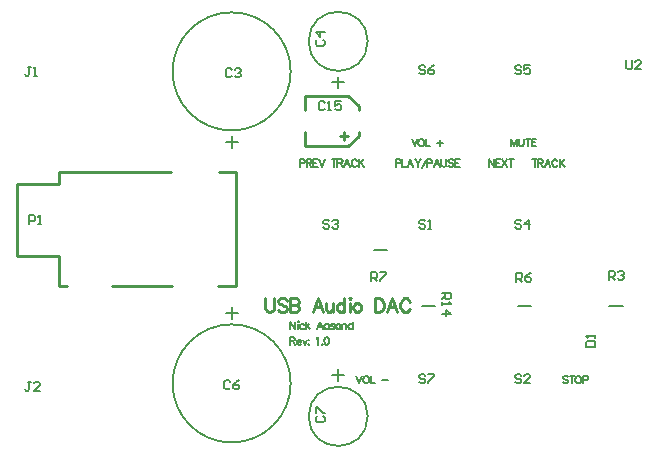
<source format=gto>
%FSLAX42Y42*%
%MOMM*%
G71*
G01*
G75*
G04 Layer_Color=65535*
%ADD10R,1.30X1.55*%
%ADD11R,1.40X1.20*%
%ADD12R,1.30X1.00*%
%ADD13R,2.20X0.95*%
%ADD14R,1.10X1.25*%
%ADD15C,0.30*%
%ADD16C,0.25*%
%ADD17C,1.75*%
%ADD18C,2.00*%
%ADD19R,2.00X2.00*%
%ADD20C,4.20*%
%ADD21C,3.10*%
%ADD22C,1.37*%
%ADD23C,0.86*%
%ADD24R,1.35X1.35*%
%ADD25C,1.35*%
%ADD26C,2.79*%
%ADD27R,1.50X1.50*%
%ADD28C,1.50*%
%ADD29C,0.76*%
%ADD30C,1.27*%
%ADD31C,0.64*%
%ADD32R,1.10X1.40*%
%ADD33R,1.20X1.40*%
%ADD34R,0.80X0.90*%
%ADD35R,1.00X1.30*%
%ADD36R,2.39X0.51*%
%ADD37R,2.49X2.01*%
%ADD38R,1.40X1.10*%
%ADD39O,1.60X0.55*%
%ADD40O,0.55X1.60*%
%ADD41C,1.27*%
%ADD42C,0.38*%
%ADD43C,0.51*%
%ADD44C,0.20*%
%ADD45C,0.13*%
%ADD46C,0.15*%
%ADD47C,0.15*%
D16*
X7200Y9681D02*
X7270D01*
X7235Y9647D02*
Y9714D01*
X7365Y9895D02*
Y9929D01*
Y9679D02*
Y9714D01*
X6910Y9589D02*
Y9714D01*
Y9895D02*
Y10019D01*
X7275D02*
X7365Y9929D01*
X6910Y10019D02*
X7275D01*
Y9589D02*
X7365Y9679D01*
X6910Y9589D02*
X7275D01*
X4470Y8661D02*
Y9271D01*
X6325Y8407D02*
Y9373D01*
X4470Y8661D02*
X4826D01*
X4470Y9271D02*
X4826D01*
Y8407D02*
Y8661D01*
Y9271D02*
Y9373D01*
X5773D01*
X6175D02*
X6325D01*
X5273Y8407D02*
X5778D01*
X6172D02*
X6325D01*
X4826D02*
X4890D01*
X6571Y8301D02*
Y8219D01*
X6576Y8203D01*
X6587Y8192D01*
X6604Y8186D01*
X6615D01*
X6631Y8192D01*
X6642Y8203D01*
X6647Y8219D01*
Y8301D01*
X6755Y8284D02*
X6744Y8295D01*
X6728Y8301D01*
X6706D01*
X6690Y8295D01*
X6679Y8284D01*
Y8273D01*
X6684Y8263D01*
X6690Y8257D01*
X6700Y8252D01*
X6733Y8241D01*
X6744Y8235D01*
X6749Y8230D01*
X6755Y8219D01*
Y8203D01*
X6744Y8192D01*
X6728Y8186D01*
X6706D01*
X6690Y8192D01*
X6679Y8203D01*
X6780Y8301D02*
Y8186D01*
Y8301D02*
X6829D01*
X6846Y8295D01*
X6851Y8290D01*
X6857Y8279D01*
Y8268D01*
X6851Y8257D01*
X6846Y8252D01*
X6829Y8246D01*
X6780D02*
X6829D01*
X6846Y8241D01*
X6851Y8235D01*
X6857Y8225D01*
Y8208D01*
X6851Y8197D01*
X6846Y8192D01*
X6829Y8186D01*
X6780D01*
X7059D02*
X7016Y8301D01*
X6972Y8186D01*
X6988Y8225D02*
X7043D01*
X7086Y8263D02*
Y8208D01*
X7091Y8192D01*
X7102Y8186D01*
X7118D01*
X7129Y8192D01*
X7146Y8208D01*
Y8263D02*
Y8186D01*
X7241Y8301D02*
Y8186D01*
Y8246D02*
X7230Y8257D01*
X7219Y8263D01*
X7203D01*
X7192Y8257D01*
X7181Y8246D01*
X7176Y8230D01*
Y8219D01*
X7181Y8203D01*
X7192Y8192D01*
X7203Y8186D01*
X7219D01*
X7230Y8192D01*
X7241Y8203D01*
X7282Y8301D02*
X7288Y8295D01*
X7293Y8301D01*
X7288Y8306D01*
X7282Y8301D01*
X7288Y8263D02*
Y8186D01*
X7340Y8263D02*
X7330Y8257D01*
X7319Y8246D01*
X7313Y8230D01*
Y8219D01*
X7319Y8203D01*
X7330Y8192D01*
X7340Y8186D01*
X7357D01*
X7368Y8192D01*
X7379Y8203D01*
X7384Y8219D01*
Y8230D01*
X7379Y8246D01*
X7368Y8257D01*
X7357Y8263D01*
X7340D01*
X7499Y8301D02*
Y8186D01*
Y8301D02*
X7537D01*
X7553Y8295D01*
X7564Y8284D01*
X7570Y8273D01*
X7575Y8257D01*
Y8230D01*
X7570Y8214D01*
X7564Y8203D01*
X7553Y8192D01*
X7537Y8186D01*
X7499D01*
X7688D02*
X7644Y8301D01*
X7601Y8186D01*
X7617Y8225D02*
X7671D01*
X7796Y8273D02*
X7790Y8284D01*
X7780Y8295D01*
X7769Y8301D01*
X7747D01*
X7736Y8295D01*
X7725Y8284D01*
X7720Y8273D01*
X7714Y8257D01*
Y8230D01*
X7720Y8214D01*
X7725Y8203D01*
X7736Y8192D01*
X7747Y8186D01*
X7769D01*
X7780Y8192D01*
X7790Y8203D01*
X7796Y8214D01*
D44*
X7438Y7303D02*
G03*
X7438Y7303I-250J0D01*
G01*
X6786Y7582D02*
G03*
X6786Y7582I-500J0D01*
G01*
Y10224D02*
G03*
X6786Y10224I-500J0D01*
G01*
X7438Y10478D02*
G03*
X7438Y10478I-250J0D01*
G01*
X9483Y8235D02*
X9603D01*
X7489Y8712D02*
X7599D01*
X8708Y8235D02*
X8818D01*
X7895D02*
X8005D01*
D45*
X6863Y9446D02*
X6890D01*
X6899Y9449D01*
X6902Y9452D01*
X6905Y9458D01*
Y9467D01*
X6902Y9473D01*
X6899Y9476D01*
X6890Y9479D01*
X6863D01*
Y9416D01*
X6920Y9479D02*
Y9416D01*
Y9479D02*
X6947D01*
X6956Y9476D01*
X6959Y9473D01*
X6962Y9467D01*
Y9461D01*
X6959Y9455D01*
X6956Y9452D01*
X6947Y9449D01*
X6920D01*
X6941D02*
X6962Y9416D01*
X7015Y9479D02*
X6976D01*
Y9416D01*
X7015D01*
X6976Y9449D02*
X7000D01*
X7026Y9479D02*
X7050Y9416D01*
X7074Y9479D02*
X7050Y9416D01*
X7154Y9479D02*
Y9416D01*
X7132Y9479D02*
X7175D01*
X7182D02*
Y9416D01*
Y9479D02*
X7210D01*
X7219Y9476D01*
X7222Y9473D01*
X7225Y9467D01*
Y9461D01*
X7222Y9455D01*
X7219Y9452D01*
X7210Y9449D01*
X7182D01*
X7203D02*
X7225Y9416D01*
X7287D02*
X7263Y9479D01*
X7239Y9416D01*
X7248Y9437D02*
X7278D01*
X7347Y9464D02*
X7344Y9470D01*
X7338Y9476D01*
X7332Y9479D01*
X7320D01*
X7314Y9476D01*
X7308Y9470D01*
X7305Y9464D01*
X7302Y9455D01*
Y9440D01*
X7305Y9431D01*
X7308Y9425D01*
X7314Y9419D01*
X7320Y9416D01*
X7332D01*
X7338Y9419D01*
X7344Y9425D01*
X7347Y9431D01*
X7365Y9479D02*
Y9416D01*
X7408Y9479D02*
X7365Y9437D01*
X7380Y9452D02*
X7408Y9416D01*
X8465Y9479D02*
Y9416D01*
Y9479D02*
X8507Y9416D01*
Y9479D02*
Y9416D01*
X8564Y9479D02*
X8524D01*
Y9416D01*
X8564D01*
X8524Y9449D02*
X8549D01*
X8574Y9479D02*
X8617Y9416D01*
Y9479D02*
X8574Y9416D01*
X8652Y9479D02*
Y9416D01*
X8631Y9479D02*
X8673D01*
X8852D02*
Y9416D01*
X8830Y9479D02*
X8873D01*
X8880D02*
Y9416D01*
Y9479D02*
X8907D01*
X8917Y9476D01*
X8920Y9473D01*
X8923Y9467D01*
Y9461D01*
X8920Y9455D01*
X8917Y9452D01*
X8907Y9449D01*
X8880D01*
X8901D02*
X8923Y9416D01*
X8985D02*
X8961Y9479D01*
X8937Y9416D01*
X8946Y9437D02*
X8976D01*
X9045Y9464D02*
X9042Y9470D01*
X9036Y9476D01*
X9030Y9479D01*
X9018D01*
X9012Y9476D01*
X9006Y9470D01*
X9003Y9464D01*
X9000Y9455D01*
Y9440D01*
X9003Y9431D01*
X9006Y9425D01*
X9012Y9419D01*
X9018Y9416D01*
X9030D01*
X9036Y9419D01*
X9042Y9425D01*
X9045Y9431D01*
X9063Y9479D02*
Y9416D01*
X9105Y9479D02*
X9063Y9437D01*
X9078Y9452D02*
X9105Y9416D01*
X9133Y7636D02*
X9127Y7642D01*
X9118Y7645D01*
X9106D01*
X9097Y7642D01*
X9091Y7636D01*
Y7630D01*
X9094Y7624D01*
X9097Y7621D01*
X9103Y7618D01*
X9121Y7612D01*
X9127Y7609D01*
X9130Y7606D01*
X9133Y7600D01*
Y7591D01*
X9127Y7585D01*
X9118Y7582D01*
X9106D01*
X9097Y7585D01*
X9091Y7591D01*
X9168Y7645D02*
Y7582D01*
X9147Y7645D02*
X9190D01*
X9215D02*
X9209Y7642D01*
X9203Y7636D01*
X9200Y7630D01*
X9197Y7621D01*
Y7606D01*
X9200Y7597D01*
X9203Y7591D01*
X9209Y7585D01*
X9215Y7582D01*
X9227D01*
X9233Y7585D01*
X9239Y7591D01*
X9242Y7597D01*
X9245Y7606D01*
Y7621D01*
X9242Y7630D01*
X9239Y7636D01*
X9233Y7642D01*
X9227Y7645D01*
X9215D01*
X9260Y7612D02*
X9287D01*
X9297Y7615D01*
X9300Y7618D01*
X9303Y7624D01*
Y7633D01*
X9300Y7639D01*
X9297Y7642D01*
X9287Y7645D01*
X9260D01*
Y7582D01*
X7343Y7645D02*
X7367Y7582D01*
X7392Y7645D02*
X7367Y7582D01*
X7418Y7645D02*
X7412Y7642D01*
X7406Y7636D01*
X7403Y7630D01*
X7400Y7621D01*
Y7606D01*
X7403Y7597D01*
X7406Y7591D01*
X7412Y7585D01*
X7418Y7582D01*
X7430D01*
X7436Y7585D01*
X7442Y7591D01*
X7445Y7597D01*
X7448Y7606D01*
Y7621D01*
X7445Y7630D01*
X7442Y7636D01*
X7436Y7642D01*
X7430Y7645D01*
X7418D01*
X7463D02*
Y7582D01*
X7499D01*
X7556Y7609D02*
X7610D01*
X8651Y9652D02*
Y9589D01*
Y9652D02*
X8675Y9589D01*
X8700Y9652D02*
X8675Y9589D01*
X8700Y9652D02*
Y9589D01*
X8718Y9652D02*
Y9607D01*
X8721Y9598D01*
X8727Y9592D01*
X8736Y9589D01*
X8742D01*
X8751Y9592D01*
X8757Y9598D01*
X8760Y9607D01*
Y9652D01*
X8799D02*
Y9589D01*
X8778Y9652D02*
X8820D01*
X8867D02*
X8827D01*
Y9589D01*
X8867D01*
X8827Y9622D02*
X8852D01*
X7811Y9652D02*
X7835Y9589D01*
X7859Y9652D02*
X7835Y9589D01*
X7885Y9652D02*
X7879Y9649D01*
X7873Y9643D01*
X7870Y9637D01*
X7867Y9628D01*
Y9613D01*
X7870Y9604D01*
X7873Y9598D01*
X7879Y9592D01*
X7885Y9589D01*
X7897D01*
X7903Y9592D01*
X7909Y9598D01*
X7912Y9604D01*
X7915Y9613D01*
Y9628D01*
X7912Y9637D01*
X7909Y9643D01*
X7903Y9649D01*
X7897Y9652D01*
X7885D01*
X7930D02*
Y9589D01*
X7966D01*
X8051Y9643D02*
Y9589D01*
X8023Y9616D02*
X8078D01*
X7676Y9446D02*
X7703D01*
X7712Y9449D01*
X7715Y9452D01*
X7718Y9458D01*
Y9467D01*
X7715Y9473D01*
X7712Y9476D01*
X7703Y9479D01*
X7676D01*
Y9416D01*
X7732Y9479D02*
Y9416D01*
X7769D01*
X7824D02*
X7800Y9479D01*
X7776Y9416D01*
X7785Y9437D02*
X7815D01*
X7839Y9479D02*
X7863Y9449D01*
Y9416D01*
X7887Y9479D02*
X7863Y9449D01*
X7895Y9407D02*
X7938Y9479D01*
X7942Y9446D02*
X7969D01*
X7978Y9449D01*
X7981Y9452D01*
X7984Y9458D01*
Y9467D01*
X7981Y9473D01*
X7978Y9476D01*
X7969Y9479D01*
X7942D01*
Y9416D01*
X8047D02*
X8023Y9479D01*
X7998Y9416D01*
X8008Y9437D02*
X8038D01*
X8062Y9479D02*
Y9434D01*
X8065Y9425D01*
X8071Y9419D01*
X8080Y9416D01*
X8086D01*
X8095Y9419D01*
X8101Y9425D01*
X8104Y9434D01*
Y9479D01*
X8164Y9470D02*
X8158Y9476D01*
X8149Y9479D01*
X8137D01*
X8128Y9476D01*
X8121Y9470D01*
Y9464D01*
X8125Y9458D01*
X8128Y9455D01*
X8134Y9452D01*
X8152Y9446D01*
X8158Y9443D01*
X8161Y9440D01*
X8164Y9434D01*
Y9425D01*
X8158Y9419D01*
X8149Y9416D01*
X8137D01*
X8128Y9419D01*
X8121Y9425D01*
X8217Y9479D02*
X8178D01*
Y9416D01*
X8217D01*
X8178Y9449D02*
X8202D01*
X8738Y8953D02*
X8725Y8966D01*
X8699D01*
X8687Y8953D01*
Y8941D01*
X8699Y8928D01*
X8725D01*
X8738Y8915D01*
Y8903D01*
X8725Y8890D01*
X8699D01*
X8687Y8903D01*
X8801Y8890D02*
Y8966D01*
X8763Y8928D01*
X8814D01*
X7112Y8953D02*
X7099Y8966D01*
X7074D01*
X7061Y8953D01*
Y8941D01*
X7074Y8928D01*
X7099D01*
X7112Y8915D01*
Y8903D01*
X7099Y8890D01*
X7074D01*
X7061Y8903D01*
X7137Y8953D02*
X7150Y8966D01*
X7175D01*
X7188Y8953D01*
Y8941D01*
X7175Y8928D01*
X7163D01*
X7175D01*
X7188Y8915D01*
Y8903D01*
X7175Y8890D01*
X7150D01*
X7137Y8903D01*
X9627Y10317D02*
Y10254D01*
X9639Y10241D01*
X9665D01*
X9677Y10254D01*
Y10317D01*
X9754Y10241D02*
X9703D01*
X9754Y10292D01*
Y10305D01*
X9741Y10317D01*
X9715D01*
X9703Y10305D01*
X7925Y7645D02*
X7912Y7658D01*
X7887D01*
X7874Y7645D01*
Y7633D01*
X7887Y7620D01*
X7912D01*
X7925Y7607D01*
Y7595D01*
X7912Y7582D01*
X7887D01*
X7874Y7595D01*
X7950Y7658D02*
X8001D01*
Y7645D01*
X7950Y7595D01*
Y7582D01*
X7925Y10262D02*
X7912Y10274D01*
X7887D01*
X7874Y10262D01*
Y10249D01*
X7887Y10236D01*
X7912D01*
X7925Y10223D01*
Y10211D01*
X7912Y10198D01*
X7887D01*
X7874Y10211D01*
X8001Y10274D02*
X7976Y10262D01*
X7950Y10236D01*
Y10211D01*
X7963Y10198D01*
X7988D01*
X8001Y10211D01*
Y10223D01*
X7988Y10236D01*
X7950D01*
X8738Y10262D02*
X8725Y10274D01*
X8699D01*
X8687Y10262D01*
Y10249D01*
X8699Y10236D01*
X8725D01*
X8738Y10223D01*
Y10211D01*
X8725Y10198D01*
X8699D01*
X8687Y10211D01*
X8814Y10274D02*
X8763D01*
Y10236D01*
X8788Y10249D01*
X8801D01*
X8814Y10236D01*
Y10211D01*
X8801Y10198D01*
X8776D01*
X8763Y10211D01*
X8738Y7645D02*
X8725Y7658D01*
X8699D01*
X8687Y7645D01*
Y7633D01*
X8699Y7620D01*
X8725D01*
X8738Y7607D01*
Y7595D01*
X8725Y7582D01*
X8699D01*
X8687Y7595D01*
X8814Y7582D02*
X8763D01*
X8814Y7633D01*
Y7645D01*
X8801Y7658D01*
X8776D01*
X8763Y7645D01*
X7925Y8953D02*
X7912Y8966D01*
X7887D01*
X7874Y8953D01*
Y8941D01*
X7887Y8928D01*
X7912D01*
X7925Y8915D01*
Y8903D01*
X7912Y8890D01*
X7887D01*
X7874Y8903D01*
X7950Y8890D02*
X7976D01*
X7963D01*
Y8966D01*
X7950Y8953D01*
X8064Y8344D02*
X8141D01*
Y8306D01*
X8128Y8293D01*
X8103D01*
X8090Y8306D01*
Y8344D01*
Y8319D02*
X8064Y8293D01*
Y8268D02*
Y8242D01*
Y8255D01*
X8141D01*
X8128Y8268D01*
X8064Y8166D02*
X8141D01*
X8103Y8204D01*
Y8153D01*
X7468Y8446D02*
Y8522D01*
X7506D01*
X7518Y8509D01*
Y8484D01*
X7506Y8471D01*
X7468D01*
X7493D02*
X7518Y8446D01*
X7544Y8522D02*
X7595D01*
Y8509D01*
X7544Y8458D01*
Y8446D01*
X8697Y8443D02*
Y8519D01*
X8735D01*
X8748Y8506D01*
Y8481D01*
X8735Y8468D01*
X8697D01*
X8722D02*
X8748Y8443D01*
X8824Y8519D02*
X8799Y8506D01*
X8773Y8481D01*
Y8456D01*
X8786Y8443D01*
X8811D01*
X8824Y8456D01*
Y8468D01*
X8811Y8481D01*
X8773D01*
X9479Y8461D02*
Y8537D01*
X9517D01*
X9529Y8525D01*
Y8499D01*
X9517Y8487D01*
X9479D01*
X9504D02*
X9529Y8461D01*
X9555Y8525D02*
X9567Y8537D01*
X9593D01*
X9606Y8525D01*
Y8512D01*
X9593Y8499D01*
X9580D01*
X9593D01*
X9606Y8487D01*
Y8474D01*
X9593Y8461D01*
X9567D01*
X9555Y8474D01*
X4572Y8928D02*
Y9004D01*
X4610D01*
X4623Y8992D01*
Y8966D01*
X4610Y8953D01*
X4572D01*
X4648Y8928D02*
X4674D01*
X4661D01*
Y9004D01*
X4648Y8992D01*
X4585Y7595D02*
X4559D01*
X4572D01*
Y7531D01*
X4559Y7518D01*
X4547D01*
X4534Y7531D01*
X4661Y7518D02*
X4610D01*
X4661Y7569D01*
Y7582D01*
X4648Y7595D01*
X4623D01*
X4610Y7582D01*
X4585Y10262D02*
X4559D01*
X4572D01*
Y10198D01*
X4559Y10185D01*
X4547D01*
X4534Y10198D01*
X4610Y10185D02*
X4635D01*
X4623D01*
Y10262D01*
X4610Y10249D01*
X9289Y7891D02*
X9365D01*
Y7929D01*
X9352Y7942D01*
X9302D01*
X9289Y7929D01*
Y7891D01*
X9365Y7967D02*
Y7993D01*
Y7980D01*
X9289D01*
X9302Y7967D01*
X7074Y9957D02*
X7061Y9969D01*
X7036D01*
X7023Y9957D01*
Y9906D01*
X7036Y9893D01*
X7061D01*
X7074Y9906D01*
X7099Y9893D02*
X7125D01*
X7112D01*
Y9969D01*
X7099Y9957D01*
X7214Y9969D02*
X7163D01*
Y9931D01*
X7188Y9944D01*
X7201D01*
X7214Y9931D01*
Y9906D01*
X7201Y9893D01*
X7175D01*
X7163Y9906D01*
X7010Y7302D02*
X6998Y7290D01*
Y7264D01*
X7010Y7252D01*
X7061D01*
X7074Y7264D01*
Y7290D01*
X7061Y7302D01*
X6998Y7328D02*
Y7379D01*
X7010D01*
X7061Y7328D01*
X7074D01*
X6274Y7595D02*
X6261Y7607D01*
X6236D01*
X6223Y7595D01*
Y7544D01*
X6236Y7531D01*
X6261D01*
X6274Y7544D01*
X6350Y7607D02*
X6325Y7595D01*
X6299Y7569D01*
Y7544D01*
X6312Y7531D01*
X6337D01*
X6350Y7544D01*
Y7556D01*
X6337Y7569D01*
X6299D01*
X7010Y10490D02*
X6998Y10477D01*
Y10452D01*
X7010Y10439D01*
X7061D01*
X7074Y10452D01*
Y10477D01*
X7061Y10490D01*
X7074Y10554D02*
X6998D01*
X7036Y10516D01*
Y10566D01*
X6286Y10236D02*
X6274Y10249D01*
X6248D01*
X6236Y10236D01*
Y10185D01*
X6248Y10173D01*
X6274D01*
X6286Y10185D01*
X6312Y10236D02*
X6325Y10249D01*
X6350D01*
X6363Y10236D01*
Y10223D01*
X6350Y10211D01*
X6337D01*
X6350D01*
X6363Y10198D01*
Y10185D01*
X6350Y10173D01*
X6325D01*
X6312Y10185D01*
X6782Y8105D02*
Y8042D01*
Y8105D02*
X6824Y8042D01*
Y8105D02*
Y8042D01*
X6848Y8105D02*
X6851Y8102D01*
X6854Y8105D01*
X6851Y8108D01*
X6848Y8105D01*
X6851Y8084D02*
Y8042D01*
X6901Y8075D02*
X6895Y8081D01*
X6889Y8084D01*
X6880D01*
X6874Y8081D01*
X6868Y8075D01*
X6865Y8066D01*
Y8060D01*
X6868Y8051D01*
X6874Y8045D01*
X6880Y8042D01*
X6889D01*
X6895Y8045D01*
X6901Y8051D01*
X6915Y8105D02*
Y8042D01*
X6945Y8084D02*
X6915Y8054D01*
X6927Y8066D02*
X6948Y8042D01*
X7056D02*
X7032Y8105D01*
X7008Y8042D01*
X7017Y8063D02*
X7047D01*
X7107Y8084D02*
Y8042D01*
Y8075D02*
X7101Y8081D01*
X7095Y8084D01*
X7086D01*
X7080Y8081D01*
X7074Y8075D01*
X7071Y8066D01*
Y8060D01*
X7074Y8051D01*
X7080Y8045D01*
X7086Y8042D01*
X7095D01*
X7101Y8045D01*
X7107Y8051D01*
X7158Y8075D02*
X7155Y8081D01*
X7145Y8084D01*
X7136D01*
X7127Y8081D01*
X7124Y8075D01*
X7127Y8069D01*
X7133Y8066D01*
X7149Y8063D01*
X7155Y8060D01*
X7158Y8054D01*
Y8051D01*
X7155Y8045D01*
X7145Y8042D01*
X7136D01*
X7127Y8045D01*
X7124Y8051D01*
X7207Y8084D02*
Y8042D01*
Y8075D02*
X7201Y8081D01*
X7195Y8084D01*
X7186D01*
X7180Y8081D01*
X7174Y8075D01*
X7171Y8066D01*
Y8060D01*
X7174Y8051D01*
X7180Y8045D01*
X7186Y8042D01*
X7195D01*
X7201Y8045D01*
X7207Y8051D01*
X7224Y8084D02*
Y8042D01*
Y8072D02*
X7233Y8081D01*
X7239Y8084D01*
X7248D01*
X7254Y8081D01*
X7257Y8072D01*
Y8042D01*
X7310Y8105D02*
Y8042D01*
Y8075D02*
X7304Y8081D01*
X7298Y8084D01*
X7289D01*
X7283Y8081D01*
X7277Y8075D01*
X7274Y8066D01*
Y8060D01*
X7277Y8051D01*
X7283Y8045D01*
X7289Y8042D01*
X7298D01*
X7304Y8045D01*
X7310Y8051D01*
X6782Y7973D02*
Y7910D01*
Y7973D02*
X6809D01*
X6818Y7970D01*
X6821Y7967D01*
X6824Y7961D01*
Y7955D01*
X6821Y7949D01*
X6818Y7946D01*
X6809Y7943D01*
X6782D01*
X6803D02*
X6824Y7910D01*
X6838Y7934D02*
X6875D01*
Y7940D01*
X6872Y7946D01*
X6869Y7949D01*
X6863Y7952D01*
X6853D01*
X6847Y7949D01*
X6841Y7943D01*
X6838Y7934D01*
Y7928D01*
X6841Y7919D01*
X6847Y7913D01*
X6853Y7910D01*
X6863D01*
X6869Y7913D01*
X6875Y7919D01*
X6888Y7952D02*
X6906Y7910D01*
X6924Y7952D02*
X6906Y7910D01*
X6938Y7952D02*
X6935Y7949D01*
X6938Y7946D01*
X6941Y7949D01*
X6938Y7952D01*
Y7916D02*
X6935Y7913D01*
X6938Y7910D01*
X6941Y7913D01*
X6938Y7916D01*
X7005Y7961D02*
X7011Y7964D01*
X7020Y7973D01*
Y7910D01*
X7054Y7916D02*
X7051Y7913D01*
X7054Y7910D01*
X7057Y7913D01*
X7054Y7916D01*
X7089Y7973D02*
X7080Y7970D01*
X7074Y7961D01*
X7071Y7946D01*
Y7937D01*
X7074Y7922D01*
X7080Y7913D01*
X7089Y7910D01*
X7095D01*
X7104Y7913D01*
X7110Y7922D01*
X7113Y7937D01*
Y7946D01*
X7110Y7961D01*
X7104Y7970D01*
X7095Y7973D01*
X7089D01*
D46*
X7188Y7700D02*
Y7600D01*
X7238Y7650D02*
X7138D01*
X7188Y10080D02*
Y10180D01*
X7138Y10130D02*
X7238D01*
D47*
X6286Y8228D02*
Y8128D01*
X6336Y8178D02*
X6236D01*
X6287Y9577D02*
Y9677D01*
X6237Y9627D02*
X6337D01*
M02*

</source>
